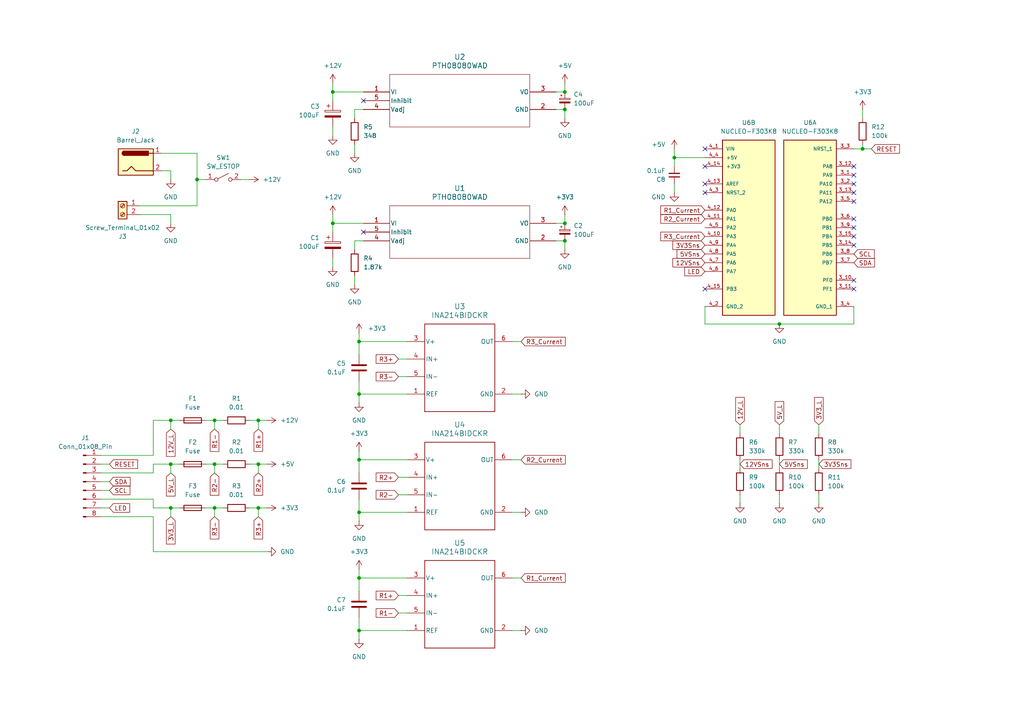
<source format=kicad_sch>
(kicad_sch (version 20250114) (generator "eeschema") (generator_version "9.0")
  (paper "A4")
  (lib_symbols
    (symbol "Connector:Barrel_Jack" (pin_names (offset 1.016))
      (property "Reference" "J" (at 0 5.334 0))
      (property "Value" "Barrel_Jack" (at 0 -5.08 0))
      (symbol "Barrel_Jack_0_1"
        (rectangle (start -5.08 3.81) (end 5.08 -3.81) (stroke (width 0.254)) (fill (type background)))
        (polyline (pts (xy -3.81 -2.54) (xy -2.54 -2.54) (xy -1.27 -1.27) (xy 0 -2.54) (xy 2.54 -2.54) (xy 5.08 -2.54)) (stroke (width 0.254)))
        (arc (start -3.302 1.905) (mid -3.9343 2.54) (end -3.302 3.175) (stroke (width 0.254)))
        (arc (start -3.302 1.905) (mid -3.9343 2.54) (end -3.302 3.175) (stroke (width 0.254)) (fill (type outline)))
        (rectangle (start 3.683 3.175) (end -3.302 1.905) (stroke (width 0.254)) (fill (type outline)))
        (polyline (pts (xy 5.08 2.54) (xy 3.81 2.54)) (stroke (width 0.254)))
      )
      (symbol "Barrel_Jack_1_1"
        (pin passive line (at 7.62 2.54 180) (length 2.54) (name "~") (number "1"))
        (pin passive line (at 7.62 -2.54 180) (length 2.54) (name "~") (number "2"))
      )
    )
    (symbol "Connector:Conn_01x08_Pin" (pin_names (offset 1.016) (hide yes))
      (property "Reference" "J" (at 0 10.16 0))
      (property "Value" "Conn_01x08_Pin" (at 0 -12.7 0))
      (symbol "Conn_01x08_Pin_1_1"
        (rectangle (start 0.8636 7.747) (end 0 7.493) (stroke (width 0.1524)) (fill (type outline)))
        (rectangle (start 0.8636 5.207) (end 0 4.953) (stroke (width 0.1524)) (fill (type outline)))
        (rectangle (start 0.8636 2.667) (end 0 2.413) (stroke (width 0.1524)) (fill (type outline)))
        (rectangle (start 0.8636 0.127) (end 0 -0.127) (stroke (width 0.1524)) (fill (type outline)))
        (rectangle (start 0.8636 -2.413) (end 0 -2.667) (stroke (width 0.1524)) (fill (type outline)))
        (rectangle (start 0.8636 -4.953) (end 0 -5.207) (stroke (width 0.1524)) (fill (type outline)))
        (rectangle (start 0.8636 -7.493) (end 0 -7.747) (stroke (width 0.1524)) (fill (type outline)))
        (rectangle (start 0.8636 -10.033) (end 0 -10.287) (stroke (width 0.1524)) (fill (type outline)))
        (polyline (pts (xy 1.27 7.62) (xy 0.8636 7.62)) (stroke (width 0.1524)))
        (polyline (pts (xy 1.27 5.08) (xy 0.8636 5.08)) (stroke (width 0.1524)))
        (polyline (pts (xy 1.27 2.54) (xy 0.8636 2.54)) (stroke (width 0.1524)))
        (polyline (pts (xy 1.27 0) (xy 0.8636 0)) (stroke (width 0.1524)))
        (polyline (pts (xy 1.27 -2.54) (xy 0.8636 -2.54)) (stroke (width 0.1524)))
        (polyline (pts (xy 1.27 -5.08) (xy 0.8636 -5.08)) (stroke (width 0.1524)))
        (polyline (pts (xy 1.27 -7.62) (xy 0.8636 -7.62)) (stroke (width 0.1524)))
        (polyline (pts (xy 1.27 -10.16) (xy 0.8636 -10.16)) (stroke (width 0.1524)))
        (pin passive line (at 5.08 7.62 180) (length 3.81) (name "Pin_1") (number "1"))
        (pin passive line (at 5.08 5.08 180) (length 3.81) (name "Pin_2") (number "2"))
        (pin passive line (at 5.08 2.54 180) (length 3.81) (name "Pin_3") (number "3"))
        (pin passive line (at 5.08 0 180) (length 3.81) (name "Pin_4") (number "4"))
        (pin passive line (at 5.08 -2.54 180) (length 3.81) (name "Pin_5") (number "5"))
        (pin passive line (at 5.08 -5.08 180) (length 3.81) (name "Pin_6") (number "6"))
        (pin passive line (at 5.08 -7.62 180) (length 3.81) (name "Pin_7") (number "7"))
        (pin passive line (at 5.08 -10.16 180) (length 3.81) (name "Pin_8") (number "8"))
      )
    )
    (symbol "Connector:Screw_Terminal_01x02" (pin_names (offset 1.016) (hide yes))
      (property "Reference" "J" (at 0 2.54 0))
      (property "Value" "Screw_Terminal_01x02" (at 0 -5.08 0))
      (symbol "Screw_Terminal_01x02_1_1"
        (rectangle (start -1.27 1.27) (end 1.27 -3.81) (stroke (width 0.254)) (fill (type background)))
        (polyline (pts (xy -0.5334 0.3302) (xy 0.3302 -0.508)) (stroke (width 0.1524)))
        (polyline (pts (xy -0.5334 -2.2098) (xy 0.3302 -3.048)) (stroke (width 0.1524)))
        (polyline (pts (xy -0.3556 0.508) (xy 0.508 -0.3302)) (stroke (width 0.1524)))
        (polyline (pts (xy -0.3556 -2.032) (xy 0.508 -2.8702)) (stroke (width 0.1524)))
        (circle (center 0 0) (radius 0.635) (stroke (width 0.1524)))
        (circle (center 0 -2.54) (radius 0.635) (stroke (width 0.1524)))
        (pin passive line (at -5.08 0 0) (length 3.81) (name "Pin_1") (number "1"))
        (pin passive line (at -5.08 -2.54 0) (length 3.81) (name "Pin_2") (number "2"))
      )
    )
    (symbol "Device:C" (pin_numbers (hide yes)) (pin_names (offset 0.254))
      (property "Reference" "C" (at 0.635 2.54 0))
      (property "Value" "C" (at 0.635 -2.54 0))
      (symbol "C_0_1"
        (polyline (pts (xy -2.032 0.762) (xy 2.032 0.762)) (stroke (width 0.508)))
        (polyline (pts (xy -2.032 -0.762) (xy 2.032 -0.762)) (stroke (width 0.508)))
      )
      (symbol "C_1_1"
        (pin passive line (at 0 3.81 270) (length 2.794) (name "~") (number "1"))
        (pin passive line (at 0 -3.81 90) (length 2.794) (name "~") (number "2"))
      )
    )
    (symbol "Device:C_Polarized" (pin_numbers (hide yes)) (pin_names (offset 0.254))
      (property "Reference" "C" (at 0.635 2.54 0))
      (property "Value" "C_Polarized" (at 0.635 -2.54 0))
      (symbol "C_Polarized_0_1"
        (rectangle (start -2.286 0.508) (end 2.286 1.016))
        (polyline (pts (xy -1.778 2.286) (xy -0.762 2.286)))
        (polyline (pts (xy -1.27 2.794) (xy -1.27 1.778)))
        (rectangle (start 2.286 -0.508) (end -2.286 -1.016) (fill (type outline)))
      )
      (symbol "C_Polarized_1_1"
        (pin passive line (at 0 3.81 270) (length 2.794) (name "~") (number "1"))
        (pin passive line (at 0 -3.81 90) (length 2.794) (name "~") (number "2"))
      )
    )
    (symbol "Device:C_Polarized_Small" (pin_numbers (hide yes)) (pin_names (offset 0.254) (hide yes))
      (property "Reference" "C" (at 0.254 1.778 0))
      (property "Value" "C_Polarized_Small" (at 0.254 -2.032 0))
      (symbol "C_Polarized_Small_0_1"
        (rectangle (start -1.524 0.6858) (end 1.524 0.3048))
        (rectangle (start -1.524 -0.3048) (end 1.524 -0.6858) (fill (type outline)))
        (polyline (pts (xy -1.27 1.524) (xy -0.762 1.524)))
        (polyline (pts (xy -1.016 1.27) (xy -1.016 1.778)))
      )
      (symbol "C_Polarized_Small_1_1"
        (pin passive line (at 0 2.54 270) (length 1.8542) (name "~") (number "1"))
        (pin passive line (at 0 -2.54 90) (length 1.8542) (name "~") (number "2"))
      )
    )
    (symbol "Device:C_Small" (pin_numbers (hide yes)) (pin_names (offset 0.254) (hide yes))
      (property "Reference" "C" (at 0.254 1.778 0))
      (property "Value" "C_Small" (at 0.254 -2.032 0))
      (symbol "C_Small_0_1"
        (polyline (pts (xy -1.524 0.508) (xy 1.524 0.508)) (stroke (width 0.3048)))
        (polyline (pts (xy -1.524 -0.508) (xy 1.524 -0.508)) (stroke (width 0.3302)))
      )
      (symbol "C_Small_1_1"
        (pin passive line (at 0 2.54 270) (length 2.032) (name "~") (number "1"))
        (pin passive line (at 0 -2.54 90) (length 2.032) (name "~") (number "2"))
      )
    )
    (symbol "Device:Fuse" (pin_numbers (hide yes)) (pin_names (offset 0))
      (property "Reference" "F" (at 2.032 0 90))
      (property "Value" "Fuse" (at -1.905 0 90))
      (symbol "Fuse_0_1"
        (rectangle (start -0.762 -2.54) (end 0.762 2.54) (stroke (width 0.254)))
        (polyline (pts (xy 0 2.54) (xy 0 -2.54)))
      )
      (symbol "Fuse_1_1"
        (pin passive line (at 0 3.81 270) (length 1.27) (name "~") (number "1"))
        (pin passive line (at 0 -3.81 90) (length 1.27) (name "~") (number "2"))
      )
    )
    (symbol "Device:R" (pin_numbers (hide yes)) (pin_names (offset 0))
      (property "Reference" "R" (at 2.032 0 90))
      (property "Value" "R" (at 0 0 90))
      (symbol "R_0_1"
        (rectangle (start -1.016 -2.54) (end 1.016 2.54) (stroke (width 0.254)))
      )
      (symbol "R_1_1"
        (pin passive line (at 0 3.81 270) (length 1.27) (name "~") (number "1"))
        (pin passive line (at 0 -3.81 90) (length 1.27) (name "~") (number "2"))
      )
    )
    (symbol "INA214BIDCKR:INA214BIDCKR" (pin_names (offset 0.254))
      (property "Reference" "U" (at 0 2.54 0))
      (property "Value" "INA214BIDCKR" (at 0 0 0))
      (symbol "INA214BIDCKR_0_1"
        (polyline (pts (xy -10.16 12.7) (xy -10.16 -12.7)) (stroke (width 0.2032)))
        (polyline (pts (xy -10.16 -12.7) (xy 10.16 -12.7)) (stroke (width 0.2032)))
        (polyline (pts (xy 10.16 12.7) (xy -10.16 12.7)) (stroke (width 0.2032)))
        (polyline (pts (xy 10.16 -12.7) (xy 10.16 12.7)) (stroke (width 0.2032)))
        (pin power_in line (at -15.24 7.62 0) (length 5.08) (name "V+") (number "3"))
        (pin input line (at -15.24 2.54 0) (length 5.08) (name "IN+") (number "4"))
        (pin input line (at -15.24 -2.54 0) (length 5.08) (name "IN-") (number "5"))
        (pin input line (at -15.24 -7.62 0) (length 5.08) (name "REF") (number "1"))
        (pin output line (at 15.24 7.62 180) (length 5.08) (name "OUT") (number "6"))
        (pin power_in line (at 15.24 -7.62 180) (length 5.08) (name "GND") (number "2"))
      )
    )
    (symbol "NUCLEO_F303K8:NUCLEO-F303K8" (pin_names (offset 1.016))
      (property "Reference" "U" (at -7.6292 25.9456 0))
      (property "Value" "NUCLEO-F303K8" (at -7.6233 -27.7005 0))
      (symbol "NUCLEO-F303K8_1_0"
        (rectangle (start -7.62 -25.4) (end 7.62 25.4) (stroke (width 0.254)) (fill (type background)))
        (pin bidirectional line (at 12.7 22.86 180) (length 5.08) (name "NRST_1") (number "3_3"))
        (pin bidirectional line (at 12.7 17.78 180) (length 5.08) (name "PA8") (number "3_12"))
        (pin bidirectional line (at 12.7 15.24 180) (length 5.08) (name "PA9") (number "3_1"))
        (pin bidirectional line (at 12.7 12.7 180) (length 5.08) (name "PA10") (number "3_2"))
        (pin bidirectional line (at 12.7 10.16 180) (length 5.08) (name "PA11") (number "3_13"))
        (pin bidirectional line (at 12.7 7.62 180) (length 5.08) (name "PA12") (number "3_5"))
        (pin bidirectional line (at 12.7 2.54 180) (length 5.08) (name "PB0") (number "3_6"))
        (pin bidirectional line (at 12.7 0 180) (length 5.08) (name "PB1") (number "3_9"))
        (pin bidirectional line (at 12.7 -2.54 180) (length 5.08) (name "PB4") (number "3_15"))
        (pin bidirectional line (at 12.7 -5.08 180) (length 5.08) (name "PB5") (number "3_14"))
        (pin bidirectional line (at 12.7 -7.62 180) (length 5.08) (name "PB6") (number "3_8"))
        (pin bidirectional line (at 12.7 -10.16 180) (length 5.08) (name "PB7") (number "3_7"))
        (pin bidirectional line (at 12.7 -15.24 180) (length 5.08) (name "PF0") (number "3_10"))
        (pin bidirectional line (at 12.7 -17.78 180) (length 5.08) (name "PF1") (number "3_11"))
        (pin power_in line (at 12.7 -22.86 180) (length 5.08) (name "GND_1") (number "3_4"))
      )
      (symbol "NUCLEO-F303K8_2_0"
        (rectangle (start -7.62 -25.4) (end 7.62 25.4) (stroke (width 0.254)) (fill (type background)))
        (pin power_in line (at 12.7 22.86 180) (length 5.08) (name "VIN") (number "4_1"))
        (pin power_in line (at 12.7 20.32 180) (length 5.08) (name "+5V") (number "4_4"))
        (pin power_in line (at 12.7 17.78 180) (length 5.08) (name "+3V3") (number "4_14"))
        (pin bidirectional line (at 12.7 12.7 180) (length 5.08) (name "AREF") (number "4_13"))
        (pin bidirectional line (at 12.7 10.16 180) (length 5.08) (name "NRST_2") (number "4_3"))
        (pin bidirectional line (at 12.7 5.08 180) (length 5.08) (name "PA0") (number "4_12"))
        (pin bidirectional line (at 12.7 2.54 180) (length 5.08) (name "PA1") (number "4_11"))
        (pin bidirectional line (at 12.7 0 180) (length 5.08) (name "PA2") (number "4_5"))
        (pin bidirectional line (at 12.7 -2.54 180) (length 5.08) (name "PA3") (number "4_10"))
        (pin bidirectional line (at 12.7 -5.08 180) (length 5.08) (name "PA4") (number "4_9"))
        (pin bidirectional line (at 12.7 -7.62 180) (length 5.08) (name "PA5") (number "4_8"))
        (pin bidirectional line (at 12.7 -10.16 180) (length 5.08) (name "PA6") (number "4_7"))
        (pin bidirectional line (at 12.7 -12.7 180) (length 5.08) (name "PA7") (number "4_6"))
        (pin bidirectional line (at 12.7 -17.78 180) (length 5.08) (name "PB3") (number "4_15"))
        (pin power_in line (at 12.7 -22.86 180) (length 5.08) (name "GND_2") (number "4_2"))
      )
    )
    (symbol "PTH08080WAD_1" (pin_names (offset 0.254))
      (property "Reference" "U2" (at 27.94 10.16 0))
      (property "Value" "PTH08080WAD" (at 27.94 7.62 0))
      (symbol "PTH08080WAD_1_0_1"
        (polyline (pts (xy 7.62 5.08) (xy 7.62 -10.16)) (stroke (width 0.127)))
        (polyline (pts (xy 7.62 -10.16) (xy 48.26 -10.16)) (stroke (width 0.127)))
        (polyline (pts (xy 48.26 5.08) (xy 7.62 5.08)) (stroke (width 0.127)))
        (polyline (pts (xy 48.26 -10.16) (xy 48.26 5.08)) (stroke (width 0.127)))
        (pin input line (at 0 0 0) (length 7.62) (name "VI") (number "1"))
        (pin output line (at 55.88 0 180) (length 7.62) (name "VO") (number "3"))
        (pin power_in line (at 55.88 -5.08 180) (length 7.62) (name "GND") (number "2"))
      )
      (symbol "PTH08080WAD_1_1_1"
        (pin passive line (at 0 -2.54 0) (length 7.62) (name "Inhibit") (number "5"))
        (pin passive line (at 0 -5.08 0) (length 7.62) (name "Vadj") (number "4"))
      )
    )
    (symbol "Switch:SW_SPST" (pin_names (offset 0) (hide yes))
      (property "Reference" "SW" (at 0 3.175 0))
      (property "Value" "SW_SPST" (at 0 -2.54 0))
      (symbol "SW_SPST_0_0"
        (circle (center -2.032 0) (radius 0.508))
        (polyline (pts (xy -1.524 0.254) (xy 1.524 1.778)))
        (circle (center 2.032 0) (radius 0.508))
      )
      (symbol "SW_SPST_1_1"
        (pin passive line (at -5.08 0 0) (length 2.54) (name "A") (number "1"))
        (pin passive line (at 5.08 0 180) (length 2.54) (name "B") (number "2"))
      )
    )
    (symbol "power:+12V" (power) (pin_numbers (hide yes)) (pin_names (offset 0) (hide yes))
      (property "Value" "+12V" (at 0 3.556 0))
      (symbol "+12V_0_1"
        (polyline (pts (xy -0.762 1.27) (xy 0 2.54)))
        (polyline (pts (xy 0 2.54) (xy 0.762 1.27)))
        (polyline (pts (xy 0 0) (xy 0 2.54)))
      )
      (symbol "+12V_1_1"
        (pin power_in line (at 0 0 90) (length 0) (name "~") (number "1"))
      )
    )
    (symbol "power:+3V3" (power) (pin_numbers (hide yes)) (pin_names (offset 0) (hide yes))
      (property "Value" "+3V3" (at 0 3.556 0))
      (symbol "+3V3_0_1"
        (polyline (pts (xy -0.762 1.27) (xy 0 2.54)))
        (polyline (pts (xy 0 2.54) (xy 0.762 1.27)))
        (polyline (pts (xy 0 0) (xy 0 2.54)))
      )
      (symbol "+3V3_1_1"
        (pin power_in line (at 0 0 90) (length 0) (name "~") (number "1"))
      )
    )
    (symbol "power:+5V" (power) (pin_numbers (hide yes)) (pin_names (offset 0) (hide yes))
      (property "Value" "+5V" (at 0 3.556 0))
      (symbol "+5V_0_1"
        (polyline (pts (xy -0.762 1.27) (xy 0 2.54)))
        (polyline (pts (xy 0 2.54) (xy 0.762 1.27)))
        (polyline (pts (xy 0 0) (xy 0 2.54)))
      )
      (symbol "+5V_1_1"
        (pin power_in line (at 0 0 90) (length 0) (name "~") (number "1"))
      )
    )
    (symbol "power:GND" (power) (pin_numbers (hide yes)) (pin_names (offset 0) (hide yes))
      (property "Value" "GND" (at 0 -3.81 0))
      (symbol "GND_0_1"
        (polyline (pts (xy 0 0) (xy 0 -1.27) (xy 1.27 -1.27) (xy 0 -2.54) (xy -1.27 -1.27) (xy 0 -1.27)))
      )
      (symbol "GND_1_1"
        (pin power_in line (at 0 0 270) (length 0) (name "~") (number "1"))
      )
    )
  )
  (junction (at 49.53 121.92))
  (junction (at 104.14 133.35))
  (junction (at 250.19 43.18))
  (junction (at 74.93 147.32))
  (junction (at 74.93 134.62))
  (junction (at 49.53 147.32))
  (junction (at 226.06 93.98))
  (junction (at 195.58 45.72))
  (junction (at 104.14 99.06))
  (junction (at 96.52 64.77))
  (junction (at 96.52 26.67))
  (junction (at 62.23 147.32))
  (junction (at 104.14 148.59))
  (junction (at 104.14 182.88))
  (junction (at 49.53 134.62))
  (junction (at 74.93 121.92))
  (junction (at 104.14 114.3))
  (junction (at 62.23 121.92))
  (junction (at 163.83 69.85))
  (junction (at 163.83 26.67))
  (junction (at 62.23 134.62))
  (junction (at 57.15 52.07))
  (junction (at 104.14 167.64))
  (junction (at 163.83 64.77))
  (junction (at 163.83 31.75))
  (no_connect (at 247.65 68.58))
  (no_connect (at 105.41 67.31))
  (no_connect (at 247.65 58.42))
  (no_connect (at 204.47 83.82))
  (no_connect (at 247.65 71.12))
  (no_connect (at 247.65 66.04))
  (no_connect (at 204.47 55.88))
  (no_connect (at 247.65 81.28))
  (no_connect (at 247.65 48.26))
  (no_connect (at 247.65 83.82))
  (no_connect (at 247.65 53.34))
  (no_connect (at 204.47 53.34))
  (no_connect (at 247.65 55.88))
  (no_connect (at 247.65 63.5))
  (no_connect (at 204.47 48.26))
  (no_connect (at 247.65 50.8))
  (no_connect (at 204.47 43.18))
  (no_connect (at 105.41 29.21))
  (wire (pts (xy 237.49 143.51) (xy 237.49 146.05)))
  (wire (pts (xy 74.93 134.62) (xy 74.93 137.16)))
  (wire (pts (xy 104.14 148.59) (xy 118.11 148.59)))
  (wire (pts (xy 148.59 148.59) (xy 151.13 148.59)))
  (wire (pts (xy 148.59 182.88) (xy 151.13 182.88)))
  (wire (pts (xy 250.19 31.75) (xy 250.19 34.29)))
  (wire (pts (xy 195.58 43.18) (xy 195.58 45.72)))
  (wire (pts (xy 96.52 64.77) (xy 105.41 64.77)))
  (wire (pts (xy 96.52 62.23) (xy 96.52 64.77)))
  (wire (pts (xy 115.57 138.43) (xy 118.11 138.43)))
  (wire (pts (xy 49.53 147.32) (xy 52.07 147.32)))
  (wire (pts (xy 115.57 109.22) (xy 118.11 109.22)))
  (wire (pts (xy 104.14 167.64) (xy 118.11 167.64)))
  (wire (pts (xy 46.99 49.53) (xy 49.53 49.53)))
  (wire (pts (xy 250.19 43.18) (xy 252.73 43.18)))
  (wire (pts (xy 69.85 52.07) (xy 72.39 52.07)))
  (wire (pts (xy 96.52 36.83) (xy 96.52 39.37)))
  (wire (pts (xy 29.21 139.7) (xy 31.75 139.7)))
  (wire (pts (xy 44.45 137.16) (xy 29.21 137.16)))
  (wire (pts (xy 104.14 99.06) (xy 104.14 102.87)))
  (wire (pts (xy 102.87 34.29) (xy 102.87 31.75)))
  (wire (pts (xy 104.14 179.07) (xy 104.14 182.88)))
  (wire (pts (xy 115.57 143.51) (xy 118.11 143.51)))
  (wire (pts (xy 195.58 55.88) (xy 195.58 53.34)))
  (wire (pts (xy 115.57 177.8) (xy 118.11 177.8)))
  (wire (pts (xy 57.15 59.69) (xy 57.15 52.07)))
  (wire (pts (xy 163.83 72.39) (xy 163.83 69.85)))
  (wire (pts (xy 195.58 48.26) (xy 195.58 45.72)))
  (wire (pts (xy 74.93 121.92) (xy 72.39 121.92)))
  (wire (pts (xy 74.93 147.32) (xy 74.93 149.86)))
  (wire (pts (xy 74.93 121.92) (xy 77.47 121.92)))
  (wire (pts (xy 62.23 121.92) (xy 59.69 121.92)))
  (wire (pts (xy 195.58 45.72) (xy 204.47 45.72)))
  (wire (pts (xy 163.83 69.85) (xy 161.29 69.85)))
  (wire (pts (xy 163.83 62.23) (xy 163.83 64.77)))
  (wire (pts (xy 29.21 142.24) (xy 31.75 142.24)))
  (wire (pts (xy 62.23 121.92) (xy 64.77 121.92)))
  (wire (pts (xy 104.14 144.78) (xy 104.14 148.59)))
  (wire (pts (xy 62.23 147.32) (xy 64.77 147.32)))
  (wire (pts (xy 62.23 121.92) (xy 62.23 124.46)))
  (wire (pts (xy 62.23 134.62) (xy 59.69 134.62)))
  (wire (pts (xy 96.52 64.77) (xy 96.52 67.31)))
  (wire (pts (xy 29.21 147.32) (xy 31.75 147.32)))
  (wire (pts (xy 49.53 64.77) (xy 49.53 62.23)))
  (wire (pts (xy 214.63 143.51) (xy 214.63 146.05)))
  (wire (pts (xy 102.87 69.85) (xy 105.41 69.85)))
  (wire (pts (xy 29.21 144.78) (xy 44.45 144.78)))
  (wire (pts (xy 148.59 133.35) (xy 151.13 133.35)))
  (wire (pts (xy 72.39 134.62) (xy 74.93 134.62)))
  (wire (pts (xy 163.83 24.13) (xy 163.83 26.67)))
  (wire (pts (xy 62.23 134.62) (xy 64.77 134.62)))
  (wire (pts (xy 104.14 130.81) (xy 104.14 133.35)))
  (wire (pts (xy 204.47 88.9) (xy 204.47 93.98)))
  (wire (pts (xy 163.83 34.29) (xy 163.83 31.75)))
  (wire (pts (xy 74.93 147.32) (xy 77.47 147.32)))
  (wire (pts (xy 115.57 172.72) (xy 118.11 172.72)))
  (wire (pts (xy 148.59 167.64) (xy 151.13 167.64)))
  (wire (pts (xy 40.64 59.69) (xy 57.15 59.69)))
  (wire (pts (xy 44.45 144.78) (xy 44.45 147.32)))
  (wire (pts (xy 49.53 121.92) (xy 44.45 121.92)))
  (wire (pts (xy 96.52 24.13) (xy 96.52 26.67)))
  (wire (pts (xy 29.21 134.62) (xy 31.75 134.62)))
  (wire (pts (xy 49.53 134.62) (xy 49.53 137.16)))
  (wire (pts (xy 44.45 160.02) (xy 44.45 149.86)))
  (wire (pts (xy 104.14 116.84) (xy 104.14 114.3)))
  (wire (pts (xy 52.07 121.92) (xy 49.53 121.92)))
  (wire (pts (xy 62.23 134.62) (xy 62.23 137.16)))
  (wire (pts (xy 44.45 121.92) (xy 44.45 132.08)))
  (wire (pts (xy 44.45 149.86) (xy 29.21 149.86)))
  (wire (pts (xy 96.52 26.67) (xy 105.41 26.67)))
  (wire (pts (xy 96.52 26.67) (xy 96.52 29.21)))
  (wire (pts (xy 44.45 134.62) (xy 44.45 137.16)))
  (wire (pts (xy 148.59 99.06) (xy 151.13 99.06)))
  (wire (pts (xy 49.53 49.53) (xy 49.53 52.07)))
  (wire (pts (xy 102.87 41.91) (xy 102.87 44.45)))
  (wire (pts (xy 163.83 31.75) (xy 161.29 31.75)))
  (wire (pts (xy 104.14 167.64) (xy 104.14 171.45)))
  (wire (pts (xy 102.87 31.75) (xy 105.41 31.75)))
  (wire (pts (xy 247.65 93.98) (xy 247.65 88.9)))
  (wire (pts (xy 72.39 147.32) (xy 74.93 147.32)))
  (wire (pts (xy 52.07 134.62) (xy 49.53 134.62)))
  (wire (pts (xy 44.45 160.02) (xy 77.47 160.02)))
  (wire (pts (xy 115.57 104.14) (xy 118.11 104.14)))
  (wire (pts (xy 46.99 44.45) (xy 57.15 44.45)))
  (wire (pts (xy 237.49 133.35) (xy 237.49 135.89)))
  (wire (pts (xy 148.59 114.3) (xy 151.13 114.3)))
  (wire (pts (xy 59.69 147.32) (xy 62.23 147.32)))
  (wire (pts (xy 214.63 123.19) (xy 214.63 125.73)))
  (wire (pts (xy 102.87 80.01) (xy 102.87 82.55)))
  (wire (pts (xy 226.06 143.51) (xy 226.06 146.05)))
  (wire (pts (xy 49.53 121.92) (xy 49.53 124.46)))
  (wire (pts (xy 104.14 133.35) (xy 118.11 133.35)))
  (wire (pts (xy 250.19 43.18) (xy 247.65 43.18)))
  (wire (pts (xy 237.49 123.19) (xy 237.49 125.73)))
  (wire (pts (xy 104.14 182.88) (xy 118.11 182.88)))
  (wire (pts (xy 104.14 133.35) (xy 104.14 137.16)))
  (wire (pts (xy 104.14 185.42) (xy 104.14 182.88)))
  (wire (pts (xy 44.45 147.32) (xy 49.53 147.32)))
  (wire (pts (xy 104.14 96.52) (xy 104.14 99.06)))
  (wire (pts (xy 104.14 99.06) (xy 118.11 99.06)))
  (wire (pts (xy 204.47 93.98) (xy 226.06 93.98)))
  (wire (pts (xy 49.53 134.62) (xy 44.45 134.62)))
  (wire (pts (xy 250.19 43.18) (xy 250.19 41.91)))
  (wire (pts (xy 62.23 147.32) (xy 62.23 149.86)))
  (wire (pts (xy 44.45 132.08) (xy 29.21 132.08)))
  (wire (pts (xy 104.14 165.1) (xy 104.14 167.64)))
  (wire (pts (xy 118.11 114.3) (xy 104.14 114.3)))
  (wire (pts (xy 163.83 64.77) (xy 161.29 64.77)))
  (wire (pts (xy 40.64 62.23) (xy 49.53 62.23)))
  (wire (pts (xy 102.87 72.39) (xy 102.87 69.85)))
  (wire (pts (xy 214.63 133.35) (xy 214.63 135.89)))
  (wire (pts (xy 74.93 134.62) (xy 77.47 134.62)))
  (wire (pts (xy 226.06 93.98) (xy 247.65 93.98)))
  (wire (pts (xy 226.06 133.35) (xy 226.06 135.89)))
  (wire (pts (xy 57.15 52.07) (xy 59.69 52.07)))
  (wire (pts (xy 163.83 26.67) (xy 161.29 26.67)))
  (wire (pts (xy 57.15 44.45) (xy 57.15 52.07)))
  (wire (pts (xy 226.06 123.19) (xy 226.06 125.73)))
  (wire (pts (xy 74.93 121.92) (xy 74.93 124.46)))
  (wire (pts (xy 104.14 151.13) (xy 104.14 148.59)))
  (wire (pts (xy 96.52 74.93) (xy 96.52 77.47)))
  (wire (pts (xy 49.53 147.32) (xy 49.53 149.86)))
  (wire (pts (xy 104.14 110.49) (xy 104.14 114.3)))
  (global_label "3V3Sns" (shape input) (at 204.47 71.12 180) (property "Intersheetrefs" "${INTERSHEET_REFS}" (effects (hide yes))))
  (global_label "R3_Current" (shape input) (at 204.47 68.58 180) (property "Intersheetrefs" "${INTERSHEET_REFS}" (effects (hide yes))))
  (global_label "LED" (shape input) (at 204.47 78.74 180) (property "Intersheetrefs" "${INTERSHEET_REFS}" (effects (hide yes))))
  (global_label "5VSns" (shape input) (at 204.47 73.66 180) (property "Intersheetrefs" "${INTERSHEET_REFS}" (effects (hide yes))))
  (global_label "R1-" (shape input) (at 62.23 124.46 270) (property "Intersheetrefs" "${INTERSHEET_REFS}" (effects (hide yes))))
  (global_label "5VSns" (shape input) (at 226.06 134.62 0) (property "Intersheetrefs" "${INTERSHEET_REFS}" (effects (hide yes))))
  (global_label "3V3Sns" (shape input) (at 237.49 134.62 0) (property "Intersheetrefs" "${INTERSHEET_REFS}" (effects (hide yes))))
  (global_label "12V_L" (shape input) (at 49.53 124.46 270) (property "Intersheetrefs" "${INTERSHEET_REFS}" (effects (hide yes))))
  (global_label "R3_Current" (shape input) (at 151.13 99.06 0) (property "Intersheetrefs" "${INTERSHEET_REFS}" (effects (hide yes))))
  (global_label "12V_L" (shape input) (at 214.63 123.19 90) (property "Intersheetrefs" "${INTERSHEET_REFS}" (effects (hide yes))))
  (global_label "R2_Current" (shape input) (at 151.13 133.35 0) (property "Intersheetrefs" "${INTERSHEET_REFS}" (effects (hide yes))))
  (global_label "R1_Current" (shape input) (at 151.13 167.64 0) (property "Intersheetrefs" "${INTERSHEET_REFS}" (effects (hide yes))))
  (global_label "R2-" (shape input) (at 62.23 137.16 270) (property "Intersheetrefs" "${INTERSHEET_REFS}" (effects (hide yes))))
  (global_label "5V_L" (shape input) (at 49.53 137.16 270) (property "Intersheetrefs" "${INTERSHEET_REFS}" (effects (hide yes))))
  (global_label "R1_Current" (shape input) (at 204.47 60.96 180) (property "Intersheetrefs" "${INTERSHEET_REFS}" (effects (hide yes))))
  (global_label "5V_L" (shape input) (at 226.06 123.19 90) (property "Intersheetrefs" "${INTERSHEET_REFS}" (effects (hide yes))))
  (global_label "SDA" (shape input) (at 247.65 76.2 0) (property "Intersheetrefs" "${INTERSHEET_REFS}" (effects (hide yes))))
  (global_label "LED" (shape input) (at 31.75 147.32 0) (property "Intersheetrefs" "${INTERSHEET_REFS}" (effects (hide yes))))
  (global_label "R3-" (shape input) (at 62.23 149.86 270) (property "Intersheetrefs" "${INTERSHEET_REFS}" (effects (hide yes))))
  (global_label "R3-" (shape input) (at 115.57 109.22 180) (property "Intersheetrefs" "${INTERSHEET_REFS}" (effects (hide yes))))
  (global_label "RESET" (shape input) (at 252.73 43.18 0) (property "Intersheetrefs" "${INTERSHEET_REFS}" (effects (hide yes))))
  (global_label "R3+" (shape input) (at 115.57 104.14 180) (property "Intersheetrefs" "${INTERSHEET_REFS}" (effects (hide yes))))
  (global_label "R1+" (shape input) (at 115.57 172.72 180) (property "Intersheetrefs" "${INTERSHEET_REFS}" (effects (hide yes))))
  (global_label "R1-" (shape input) (at 115.57 177.8 180) (property "Intersheetrefs" "${INTERSHEET_REFS}" (effects (hide yes))))
  (global_label "12VSns" (shape input) (at 214.63 134.62 0) (property "Intersheetrefs" "${INTERSHEET_REFS}" (effects (hide yes))))
  (global_label "R3+" (shape input) (at 74.93 149.86 270) (property "Intersheetrefs" "${INTERSHEET_REFS}" (effects (hide yes))))
  (global_label "R1+" (shape input) (at 74.93 124.46 270) (property "Intersheetrefs" "${INTERSHEET_REFS}" (effects (hide yes))))
  (global_label "R2+" (shape input) (at 74.93 137.16 270) (property "Intersheetrefs" "${INTERSHEET_REFS}" (effects (hide yes))))
  (global_label "RESET" (shape input) (at 31.75 134.62 0) (property "Intersheetrefs" "${INTERSHEET_REFS}" (effects (hide yes))))
  (global_label "SDA" (shape input) (at 31.75 139.7 0) (property "Intersheetrefs" "${INTERSHEET_REFS}" (effects (hide yes))))
  (global_label "R2_Current" (shape input) (at 204.47 63.5 180) (property "Intersheetrefs" "${INTERSHEET_REFS}" (effects (hide yes))))
  (global_label "SCL" (shape input) (at 247.65 73.66 0) (property "Intersheetrefs" "${INTERSHEET_REFS}" (effects (hide yes))))
  (global_label "SCL" (shape input) (at 31.75 142.24 0) (property "Intersheetrefs" "${INTERSHEET_REFS}" (effects (hide yes))))
  (global_label "12VSns" (shape input) (at 204.47 76.2 180) (property "Intersheetrefs" "${INTERSHEET_REFS}" (effects (hide yes))))
  (global_label "3V3_L" (shape input) (at 237.49 123.19 90) (property "Intersheetrefs" "${INTERSHEET_REFS}" (effects (hide yes))))
  (global_label "R2+" (shape input) (at 115.57 138.43 180) (property "Intersheetrefs" "${INTERSHEET_REFS}" (effects (hide yes))))
  (global_label "3V3_L" (shape input) (at 49.53 149.86 270) (property "Intersheetrefs" "${INTERSHEET_REFS}" (effects (hide yes))))
  (global_label "R2-" (shape input) (at 115.57 143.51 180) (property "Intersheetrefs" "${INTERSHEET_REFS}" (effects (hide yes))))
  (symbol (lib_id "power:GND") (at 195.58 55.88 0) (unit 1)
    (property "Reference" "#PWR028" (effects (hide yes)))
    (property "Value" "GND" (at 193.04 57.1499 0) (effects (justify right)))
    (property "Description" "Power symbol creates a global label with name \"GND\" , ground" (effects (hide yes)))
  )
  (symbol (lib_id "Device:R") (at 237.49 129.54 0) (unit 1)
    (property "Reference" "R8" (at 240.03 128.2699 0) (effects (justify left)))
    (property "Value" "330k" (at 240.03 130.8099 0) (effects (justify left)))
    (property "Description" "Resistor" (effects (hide yes)))
  )
  (symbol (lib_id "Device:R") (at 214.63 139.7 0) (unit 1)
    (property "Reference" "R9" (at 217.17 138.4299 0) (effects (justify left)))
    (property "Value" "100k" (at 217.17 140.9699 0) (effects (justify left)))
    (property "Description" "Resistor" (effects (hide yes)))
  )
  (symbol (lib_id "Connector:Screw_Terminal_01x02") (at 35.56 59.69 0) (mirror y) (unit 1)
    (property "Reference" "J3" (at 35.56 68.58 0))
    (property "Value" "Screw_Terminal_01x02" (at 35.56 66.04 0))
    (property "Description" "Generic screw terminal, single row, 01x02, script generated (kicad-library-utils/schlib/autogen/connector/)" (effects (hide yes)))
  )
  (symbol (lib_id "power:+5V") (at 77.47 134.62 270) (unit 1)
    (property "Reference" "#PWR026" (effects (hide yes)))
    (property "Value" "+5V" (at 81.28 134.6199 90) (effects (justify left)))
    (property "Description" "Power symbol creates a global label with name \"+5V\"" (effects (hide yes)))
  )
  (symbol (lib_id "power:GND") (at 96.52 77.47 0) (unit 1)
    (property "Reference" "#PWR013" (effects (hide yes)))
    (property "Value" "GND" (at 96.52 82.55 0))
    (property "Description" "Power symbol creates a global label with name \"GND\" , ground" (effects (hide yes)))
  )
  (symbol (lib_id "Device:R") (at 250.19 38.1 0) (unit 1)
    (property "Reference" "R12" (at 252.73 36.8299 0) (effects (justify left)))
    (property "Value" "100k" (at 252.73 39.3699 0) (effects (justify left)))
    (property "Description" "Resistor" (effects (hide yes)))
  )
  (symbol (lib_id "power:GND") (at 102.87 44.45 0) (unit 1)
    (property "Reference" "#PWR014" (effects (hide yes)))
    (property "Value" "GND" (at 102.87 49.53 0))
    (property "Description" "Power symbol creates a global label with name \"GND\" , ground" (effects (hide yes)))
  )
  (symbol (lib_id "power:+5V") (at 195.58 43.18 0) (mirror y) (unit 1)
    (property "Reference" "#PWR029" (effects (hide yes)))
    (property "Value" "+5V" (at 193.04 41.9099 0) (effects (justify left)))
    (property "Description" "Power symbol creates a global label with name \"+5V\"" (effects (hide yes)))
  )
  (symbol (lib_id "power:GND") (at 49.53 64.77 0) (unit 1)
    (property "Reference" "#PWR02" (effects (hide yes)))
    (property "Value" "GND" (at 49.53 69.85 0))
    (property "Description" "Power symbol creates a global label with name \"GND\" , ground" (effects (hide yes)))
  )
  (symbol (lib_id "NUCLEO_F303K8:NUCLEO-F303K8") (at 217.17 66.04 0) (mirror y) (unit 2)
    (property "Reference" "U6" (at 217.17 35.56 0))
    (property "Value" "NUCLEO-F303K8" (at 217.17 38.1 0))
    (property "Footprint" "NUCLEO_F303K8:MODULE_NUCLEO-F303K8" (effects (hide yes)))
    (property "PARTREV" "5" (effects (hide yes)))
    (property "MANUFACTURER" "STMicroelectronics" (effects (hide yes)))
    (property "SNAPEDA_PN" "NUCLEO-F303K8" (effects (hide yes)))
    (property "MAXIMUM_PACKAGE_HEIGHT" "N/A" (effects (hide yes)))
    (property "STANDARD" "Manufacturer Recommendations" (effects (hide yes)))
  )
  (symbol (lib_id "Device:R") (at 214.63 129.54 0) (unit 1)
    (property "Reference" "R6" (at 217.17 128.2699 0) (effects (justify left)))
    (property "Value" "330k" (at 217.17 130.8099 0) (effects (justify left)))
    (property "Description" "Resistor" (effects (hide yes)))
  )
  (symbol (lib_id "power:+12V") (at 96.52 62.23 0) (unit 1)
    (property "Reference" "#PWR08" (effects (hide yes)))
    (property "Value" "+12V" (at 96.52 57.15 0))
    (property "Description" "Power symbol creates a global label with name \"+12V\"" (effects (hide yes)))
  )
  (symbol (lib_id "power:GND") (at 104.14 151.13 0) (unit 1)
    (property "Reference" "#PWR018" (effects (hide yes)))
    (property "Value" "GND" (at 104.14 156.21 0))
    (property "Description" "Power symbol creates a global label with name \"GND\" , ground" (effects (hide yes)))
  )
  (symbol (lib_id "power:+5V") (at 163.83 24.13 0) (unit 1)
    (property "Reference" "#PWR012" (effects (hide yes)))
    (property "Value" "+5V" (at 163.83 19.05 0))
    (property "Description" "Power symbol creates a global label with name \"+5V\"" (effects (hide yes)))
  )
  (symbol (lib_id "power:GND") (at 226.06 93.98 0) (unit 1)
    (property "Reference" "#PWR04" (effects (hide yes)))
    (property "Value" "GND" (at 226.06 99.06 0))
    (property "Description" "Power symbol creates a global label with name \"GND\" , ground" (effects (hide yes)))
  )
  (symbol (lib_id "INA214BIDCKR:INA214BIDCKR") (at 133.35 140.97 0) (unit 1)
    (property "Reference" "U4" (at 133.35 123.19 0) (effects (font (size 1.524 1.524))))
    (property "Value" "INA214BIDCKR" (at 133.35 125.73 0) (effects (font (size 1.524 1.524))))
    (property "Footprint" "DCK0006A_N" (effects (hide yes)))
    (property "Datasheet" "https://www.ti.com/lit/gpn/ina214" (effects (hide yes)))
  )
  (symbol (lib_id "power:+3V3") (at 104.14 130.81 0) (unit 1)
    (property "Reference" "#PWR015" (effects (hide yes)))
    (property "Value" "+3V3" (at 104.14 125.73 0))
    (property "Description" "Power symbol creates a global label with name \"+3V3\"" (effects (hide yes)))
  )
  (symbol (lib_id "power:+3V3") (at 163.83 62.23 0) (unit 1)
    (property "Reference" "#PWR011" (effects (hide yes)))
    (property "Value" "+3V3" (at 163.83 57.15 0))
    (property "Description" "Power symbol creates a global label with name \"+3V3\"" (effects (hide yes)))
  )
  (symbol (lib_id "Device:C") (at 104.14 140.97 0) (unit 1)
    (property "Reference" "C6" (at 100.33 139.6999 0) (effects (justify right)))
    (property "Value" "0.1uF" (at 100.33 142.2399 0) (effects (justify right)))
    (property "Description" "Unpolarized capacitor" (effects (hide yes)))
  )
  (symbol (lib_id "Device:R") (at 226.06 129.54 0) (unit 1)
    (property "Reference" "R7" (at 228.6 128.2699 0) (effects (justify left)))
    (property "Value" "330k" (at 228.6 130.8099 0) (effects (justify left)))
    (property "Description" "Resistor" (effects (hide yes)))
  )
  (symbol (lib_id "Device:R") (at 102.87 38.1 0) (unit 1)
    (property "Reference" "R5" (at 105.41 36.8299 0) (effects (justify left)))
    (property "Value" "348" (at 105.41 39.3699 0) (effects (justify left)))
    (property "Description" "Resistor" (effects (hide yes)))
  )
  (symbol (lib_id "Device:C_Polarized_Small") (at 163.83 67.31 0) (unit 1)
    (property "Reference" "C2" (at 166.37 65.4938 0) (effects (justify left)))
    (property "Value" "100uF" (at 166.37 68.0338 0) (effects (justify left)))
    (property "Description" "Polarized capacitor, small symbol" (effects (hide yes)))
  )
  (symbol (lib_id "power:GND") (at 49.53 52.07 0) (unit 1)
    (property "Reference" "#PWR01" (effects (hide yes)))
    (property "Value" "GND" (at 49.53 57.15 0))
    (property "Description" "Power symbol creates a global label with name \"GND\" , ground" (effects (hide yes)))
  )
  (symbol (lib_id "Device:Fuse") (at 55.88 121.92 90) (unit 1)
    (property "Reference" "F1" (at 55.88 115.57 90))
    (property "Value" "Fuse" (at 55.88 118.11 90))
    (property "Footprint" "03540101ZXGY:FUSE_354 101-GY_LTF" (effects (hide yes)))
    (property "Description" "Fuse" (effects (hide yes)))
  )
  (symbol (lib_id "power:GND") (at 104.14 116.84 0) (unit 1)
    (property "Reference" "#PWR023" (effects (hide yes)))
    (property "Value" "GND" (at 104.14 121.92 0))
    (property "Description" "Power symbol creates a global label with name \"GND\" , ground" (effects (hide yes)))
  )
  (symbol (lib_id "power:GND") (at 104.14 185.42 0) (unit 1)
    (property "Reference" "#PWR024" (effects (hide yes)))
    (property "Value" "GND" (at 104.14 190.5 0))
    (property "Description" "Power symbol creates a global label with name \"GND\" , ground" (effects (hide yes)))
  )
  (symbol (lib_id "power:+3V3") (at 77.47 147.32 270) (unit 1)
    (property "Reference" "#PWR027" (effects (hide yes)))
    (property "Value" "+3V3" (at 81.28 147.3199 90) (effects (justify left)))
    (property "Description" "Power symbol creates a global label with name \"+3V3\"" (effects (hide yes)))
  )
  (symbol (lib_id "Device:R") (at 226.06 139.7 0) (unit 1)
    (property "Reference" "R10" (at 228.6 138.4299 0) (effects (justify left)))
    (property "Value" "100k" (at 228.6 140.9699 0) (effects (justify left)))
    (property "Description" "Resistor" (effects (hide yes)))
  )
  (symbol (lib_id "power:+12V") (at 72.39 52.07 270) (unit 1)
    (property "Reference" "#PWR03" (effects (hide yes)))
    (property "Value" "+12V" (at 76.2 52.0699 90) (effects (justify left)))
    (property "Description" "Power symbol creates a global label with name \"+12V\"" (effects (hide yes)))
  )
  (symbol (lib_id "Connector:Conn_01x08_Pin") (at 24.13 139.7 0) (unit 1)
    (property "Reference" "J1" (at 24.765 127 0))
    (property "Value" "Conn_01x08_Pin" (at 24.765 129.54 0))
    (property "Description" "Generic connector, single row, 01x08, script generated" (effects (hide yes)))
  )
  (symbol (lib_id "power:+3V3") (at 250.19 31.75 0) (unit 1)
    (property "Reference" "#PWR033" (effects (hide yes)))
    (property "Value" "+3V3" (at 250.19 26.67 0))
    (property "Description" "Power symbol creates a global label with name \"+3V3\"" (effects (hide yes)))
  )
  (symbol (lib_id "power:GND") (at 163.83 72.39 0) (unit 1)
    (property "Reference" "#PWR07" (effects (hide yes)))
    (property "Value" "GND" (at 163.83 77.47 0))
    (property "Description" "Power symbol creates a global label with name \"GND\" , ground" (effects (hide yes)))
  )
  (symbol (lib_id "power:GND") (at 96.52 39.37 0) (unit 1)
    (property "Reference" "#PWR010" (effects (hide yes)))
    (property "Value" "GND" (at 96.52 44.45 0))
    (property "Description" "Power symbol creates a global label with name \"GND\" , ground" (effects (hide yes)))
  )
  (symbol (lib_name "PTH08080WAD_1") (lib_id "PTH08080WAD:PTH08080WAD") (at 105.41 26.67 0) (unit 1)
    (property "Reference" "U2" (at 133.35 16.51 0) (effects (font (size 1.524 1.524))))
    (property "Value" "PTH08080WAD" (at 133.35 19.05 0) (effects (font (size 1.524 1.524))))
    (property "Footprint" "EUF5" (effects (hide yes)))
    (property "Datasheet" "https://www.ti.com/lit/gpn/pth08080w" (effects (hide yes)))
  )
  (symbol (lib_id "Device:Fuse") (at 55.88 134.62 90) (unit 1)
    (property "Reference" "F2" (at 55.88 128.27 90))
    (property "Value" "Fuse" (at 55.88 130.81 90))
    (property "Footprint" "03540101ZXGY:FUSE_354 101-GY_LTF" (effects (hide yes)))
    (property "Description" "Fuse" (effects (hide yes)))
  )
  (symbol (lib_id "power:GND") (at 77.47 160.02 90) (unit 1)
    (property "Reference" "#PWR016" (effects (hide yes)))
    (property "Value" "GND" (at 81.28 160.0199 90) (effects (justify right)))
    (property "Description" "Power symbol creates a global label with name \"GND\" , ground" (effects (hide yes)))
  )
  (symbol (lib_id "power:GND") (at 226.06 146.05 0) (unit 1)
    (property "Reference" "#PWR031" (effects (hide yes)))
    (property "Value" "GND" (at 226.06 151.13 0))
    (property "Description" "Power symbol creates a global label with name \"GND\" , ground" (effects (hide yes)))
  )
  (symbol (lib_id "power:+3V3") (at 104.14 96.52 0) (unit 1)
    (property "Reference" "#PWR022" (effects (hide yes)))
    (property "Value" "+3V3" (at 106.68 95.2499 0) (effects (justify left)))
    (property "Description" "Power symbol creates a global label with name \"+3V3\"" (effects (hide yes)))
  )
  (symbol (lib_id "Device:Fuse") (at 55.88 147.32 90) (unit 1)
    (property "Reference" "F3" (at 55.88 140.97 90))
    (property "Value" "Fuse" (at 55.88 143.51 90))
    (property "Footprint" "03540101ZXGY:FUSE_354 101-GY_LTF" (effects (hide yes)))
    (property "Description" "Fuse" (effects (hide yes)))
  )
  (symbol (lib_id "power:GND") (at 151.13 182.88 90) (unit 1)
    (property "Reference" "#PWR020" (effects (hide yes)))
    (property "Value" "GND" (at 154.94 182.8799 90) (effects (justify right)))
    (property "Description" "Power symbol creates a global label with name \"GND\" , ground" (effects (hide yes)))
  )
  (symbol (lib_id "Device:R") (at 68.58 121.92 90) (unit 1)
    (property "Reference" "R1" (at 68.58 115.57 90))
    (property "Value" "0.01" (at 68.58 118.11 90))
    (property "Description" "Resistor" (effects (hide yes)))
  )
  (symbol (lib_id "power:+12V") (at 77.47 121.92 270) (unit 1)
    (property "Reference" "#PWR025" (effects (hide yes)))
    (property "Value" "+12V" (at 81.28 121.9199 90) (effects (justify left)))
    (property "Description" "Power symbol creates a global label with name \"+12V\"" (effects (hide yes)))
  )
  (symbol (lib_id "Switch:SW_SPST") (at 64.77 52.07 0) (unit 1)
    (property "Reference" "SW1" (at 64.77 45.72 0))
    (property "Value" "SW_ESTOP" (at 64.77 48.26 0))
    (property "Description" "Single Pole Single Throw (SPST) switch" (effects (hide yes)))
  )
  (symbol (lib_id "Device:C_Polarized") (at 96.52 71.12 0) (unit 1)
    (property "Reference" "C1" (at 92.71 68.9609 0) (effects (justify right)))
    (property "Value" "100uF" (at 92.71 71.5009 0) (effects (justify right)))
    (property "Description" "Polarized capacitor" (effects (hide yes)))
  )
  (symbol (lib_id "NUCLEO_F303K8:NUCLEO-F303K8") (at 234.95 66.04 0) (unit 1)
    (property "Reference" "U6" (at 234.95 35.56 0))
    (property "Value" "NUCLEO-F303K8" (at 234.95 38.1 0))
    (property "Footprint" "NUCLEO_F303K8:MODULE_NUCLEO-F303K8" (effects (hide yes)))
    (property "PARTREV" "5" (effects (hide yes)))
    (property "MANUFACTURER" "STMicroelectronics" (effects (hide yes)))
    (property "SNAPEDA_PN" "NUCLEO-F303K8" (effects (hide yes)))
    (property "MAXIMUM_PACKAGE_HEIGHT" "N/A" (effects (hide yes)))
    (property "STANDARD" "Manufacturer Recommendations" (effects (hide yes)))
  )
  (symbol (lib_id "INA214BIDCKR:INA214BIDCKR") (at 133.35 175.26 0) (unit 1)
    (property "Reference" "U5" (at 133.35 157.48 0) (effects (font (size 1.524 1.524))))
    (property "Value" "INA214BIDCKR" (at 133.35 160.02 0) (effects (font (size 1.524 1.524))))
    (property "Footprint" "DCK0006A_N" (effects (hide yes)))
    (property "Datasheet" "https://www.ti.com/lit/gpn/ina214" (effects (hide yes)))
  )
  (symbol (lib_id "Device:C_Polarized") (at 96.52 33.02 0) (unit 1)
    (property "Reference" "C3" (at 92.71 30.8609 0) (effects (justify right)))
    (property "Value" "100uF" (at 92.71 33.4009 0) (effects (justify right)))
    (property "Description" "Polarized capacitor" (effects (hide yes)))
  )
  (symbol (lib_id "power:GND") (at 237.49 146.05 0) (unit 1)
    (property "Reference" "#PWR032" (effects (hide yes)))
    (property "Value" "GND" (at 237.49 151.13 0))
    (property "Description" "Power symbol creates a global label with name \"GND\" , ground" (effects (hide yes)))
  )
  (symbol (lib_id "Device:C_Small") (at 195.58 50.8 0) (mirror x) (unit 1)
    (property "Reference" "C8" (at 193.04 52.0638 0) (effects (justify right)))
    (property "Value" "0.1uF" (at 193.04 49.5238 0) (effects (justify right)))
    (property "Description" "Unpolarized capacitor, small symbol" (effects (hide yes)))
  )
  (symbol (lib_id "Connector:Barrel_Jack") (at 39.37 46.99 0) (unit 1)
    (property "Reference" "J2" (at 39.37 38.1 0))
    (property "Value" "Barrel_Jack" (at 39.37 40.64 0))
    (property "Description" "DC Barrel Jack" (effects (hide yes)))
  )
  (symbol (lib_id "power:GND") (at 214.63 146.05 0) (unit 1)
    (property "Reference" "#PWR030" (effects (hide yes)))
    (property "Value" "GND" (at 214.63 151.13 0))
    (property "Description" "Power symbol creates a global label with name \"GND\" , ground" (effects (hide yes)))
  )
  (symbol (lib_id "power:+3V3") (at 104.14 165.1 0) (unit 1)
    (property "Reference" "#PWR017" (effects (hide yes)))
    (property "Value" "+3V3" (at 104.14 160.02 0))
    (property "Description" "Power symbol creates a global label with name \"+3V3\"" (effects (hide yes)))
  )
  (symbol (lib_id "Device:R") (at 102.87 76.2 0) (unit 1)
    (property "Reference" "R4" (at 105.41 74.9299 0) (effects (justify left)))
    (property "Value" "1.87k" (at 105.41 77.4699 0) (effects (justify left)))
    (property "Description" "Resistor" (effects (hide yes)))
  )
  (symbol (lib_id "Device:C_Polarized_Small") (at 163.83 29.21 0) (unit 1)
    (property "Reference" "C4" (at 166.37 27.3938 0) (effects (justify left)))
    (property "Value" "100uF" (at 166.37 29.9338 0) (effects (justify left)))
    (property "Description" "Polarized capacitor, small symbol" (effects (hide yes)))
  )
  (symbol (lib_id "power:+12V") (at 96.52 24.13 0) (unit 1)
    (property "Reference" "#PWR05" (effects (hide yes)))
    (property "Value" "+12V" (at 96.52 19.05 0))
    (property "Description" "Power symbol creates a global label with name \"+12V\"" (effects (hide yes)))
  )
  (symbol (lib_id "INA214BIDCKR:INA214BIDCKR") (at 133.35 106.68 0) (unit 1)
    (property "Reference" "U3" (at 133.35 88.9 0) (effects (font (size 1.524 1.524))))
    (property "Value" "INA214BIDCKR" (at 133.35 91.44 0) (effects (font (size 1.524 1.524))))
    (property "Footprint" "DCK0006A_N" (effects (hide yes)))
    (property "Datasheet" "https://www.ti.com/lit/gpn/ina214" (effects (hide yes)))
  )
  (symbol (lib_id "Device:C") (at 104.14 175.26 0) (unit 1)
    (property "Reference" "C7" (at 100.33 173.9899 0) (effects (justify right)))
    (property "Value" "0.1uF" (at 100.33 176.5299 0) (effects (justify right)))
    (property "Description" "Unpolarized capacitor" (effects (hide yes)))
  )
  (symbol (lib_id "Device:R") (at 237.49 139.7 0) (unit 1)
    (property "Reference" "R11" (at 240.03 138.4299 0) (effects (justify left)))
    (property "Value" "100k" (at 240.03 140.9699 0) (effects (justify left)))
    (property "Description" "Resistor" (effects (hide yes)))
  )
  (symbol (lib_id "Device:C") (at 104.14 106.68 0) (unit 1)
    (property "Reference" "C5" (at 100.33 105.4099 0) (effects (justify right)))
    (property "Value" "0.1uF" (at 100.33 107.9499 0) (effects (justify right)))
    (property "Description" "Unpolarized capacitor" (effects (hide yes)))
  )
  (symbol (lib_id "power:GND") (at 102.87 82.55 0) (unit 1)
    (property "Reference" "#PWR09" (effects (hide yes)))
    (property "Value" "GND" (at 102.87 87.63 0))
    (property "Description" "Power symbol creates a global label with name \"GND\" , ground" (effects (hide yes)))
  )
  (symbol (lib_id "power:GND") (at 163.83 34.29 0) (unit 1)
    (property "Reference" "#PWR06" (effects (hide yes)))
    (property "Value" "GND" (at 163.83 39.37 0))
    (property "Description" "Power symbol creates a global label with name \"GND\" , ground" (effects (hide yes)))
  )
  (symbol (lib_id "power:GND") (at 151.13 114.3 90) (unit 1)
    (property "Reference" "#PWR021" (effects (hide yes)))
    (property "Value" "GND" (at 154.94 114.2999 90) (effects (justify right)))
    (property "Description" "Power symbol creates a global label with name \"GND\" , ground" (effects (hide yes)))
  )
  (symbol (lib_name "PTH08080WAD_1") (lib_id "PTH08080WAD:PTH08080WAD") (at 105.41 64.77 0) (unit 1)
    (property "Reference" "U1" (at 133.35 54.61 0) (effects (font (size 1.524 1.524))))
    (property "Value" "PTH08080WAD" (at 133.35 57.15 0) (effects (font (size 1.524 1.524))))
    (property "Footprint" "EUF5" (effects (hide yes)))
    (property "Datasheet" "https://www.ti.com/lit/gpn/pth08080w" (effects (hide yes)))
  )
  (symbol (lib_id "Device:R") (at 68.58 147.32 90) (unit 1)
    (property "Reference" "R3" (at 68.58 140.97 90))
    (property "Value" "0.01" (at 68.58 143.51 90))
    (property "Description" "Resistor" (effects (hide yes)))
  )
  (symbol (lib_id "Device:R") (at 68.58 134.62 90) (unit 1)
    (property "Reference" "R2" (at 68.58 128.27 90))
    (property "Value" "0.01" (at 68.58 130.81 90))
    (property "Description" "Resistor" (effects (hide yes)))
  )
  (symbol (lib_id "power:GND") (at 151.13 148.59 90) (unit 1)
    (property "Reference" "#PWR019" (effects (hide yes)))
    (property "Value" "GND" (at 154.94 148.5899 90) (effects (justify right)))
    (property "Description" "Power symbol creates a global label with name \"GND\" , ground" (effects (hide yes)))
  )
)
</source>
